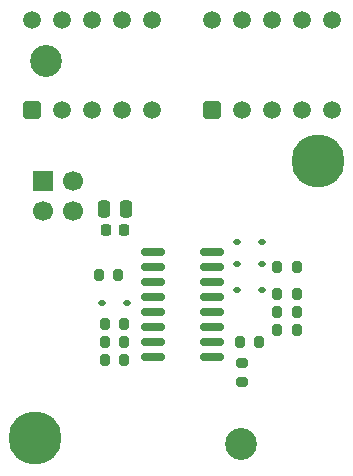
<source format=gbr>
%TF.GenerationSoftware,KiCad,Pcbnew,9.0.1*%
%TF.CreationDate,2025-09-02T02:57:32-07:00*%
%TF.ProjectId,pcb,7063622e-6b69-4636-9164-5f7063625858,B0*%
%TF.SameCoordinates,PX7bfa480PY4c4b400*%
%TF.FileFunction,Soldermask,Bot*%
%TF.FilePolarity,Negative*%
%FSLAX46Y46*%
G04 Gerber Fmt 4.6, Leading zero omitted, Abs format (unit mm)*
G04 Created by KiCad (PCBNEW 9.0.1) date 2025-09-02 02:57:32*
%MOMM*%
%LPD*%
G01*
G04 APERTURE LIST*
G04 Aperture macros list*
%AMRoundRect*
0 Rectangle with rounded corners*
0 $1 Rounding radius*
0 $2 $3 $4 $5 $6 $7 $8 $9 X,Y pos of 4 corners*
0 Add a 4 corners polygon primitive as box body*
4,1,4,$2,$3,$4,$5,$6,$7,$8,$9,$2,$3,0*
0 Add four circle primitives for the rounded corners*
1,1,$1+$1,$2,$3*
1,1,$1+$1,$4,$5*
1,1,$1+$1,$6,$7*
1,1,$1+$1,$8,$9*
0 Add four rect primitives between the rounded corners*
20,1,$1+$1,$2,$3,$4,$5,0*
20,1,$1+$1,$4,$5,$6,$7,0*
20,1,$1+$1,$6,$7,$8,$9,0*
20,1,$1+$1,$8,$9,$2,$3,0*%
G04 Aperture macros list end*
%ADD10RoundRect,0.225000X0.525000X-0.525000X0.525000X0.525000X-0.525000X0.525000X-0.525000X-0.525000X0*%
%ADD11C,1.500000*%
%ADD12C,2.700000*%
%ADD13C,3.100000*%
%ADD14C,4.500000*%
%ADD15RoundRect,0.200000X-0.200000X-0.275000X0.200000X-0.275000X0.200000X0.275000X-0.200000X0.275000X0*%
%ADD16RoundRect,0.200000X0.275000X-0.200000X0.275000X0.200000X-0.275000X0.200000X-0.275000X-0.200000X0*%
%ADD17RoundRect,0.200000X0.200000X0.275000X-0.200000X0.275000X-0.200000X-0.275000X0.200000X-0.275000X0*%
%ADD18RoundRect,0.112500X-0.187500X-0.112500X0.187500X-0.112500X0.187500X0.112500X-0.187500X0.112500X0*%
%ADD19RoundRect,0.225000X-0.225000X-0.250000X0.225000X-0.250000X0.225000X0.250000X-0.225000X0.250000X0*%
%ADD20RoundRect,0.112500X0.187500X0.112500X-0.187500X0.112500X-0.187500X-0.112500X0.187500X-0.112500X0*%
%ADD21RoundRect,0.250000X-0.250000X-0.475000X0.250000X-0.475000X0.250000X0.475000X-0.250000X0.475000X0*%
%ADD22RoundRect,0.150000X-0.850000X-0.150000X0.850000X-0.150000X0.850000X0.150000X-0.850000X0.150000X0*%
%ADD23R,1.700000X1.700000*%
%ADD24C,1.700000*%
G04 APERTURE END LIST*
D10*
%TO.C,U3*%
X17790000Y-10210000D03*
D11*
X20330000Y-10210000D03*
X22870000Y-10210000D03*
X25410000Y-10210000D03*
X27950000Y-10210000D03*
X27950000Y-2590000D03*
X25410000Y-2590000D03*
X22870000Y-2590000D03*
X20330000Y-2590000D03*
X17790000Y-2590000D03*
%TD*%
D12*
%TO.C,H2*%
X20250000Y-38500000D03*
%TD*%
D13*
%TO.C,H3*%
X26800000Y-14500000D03*
D14*
X26800000Y-14500000D03*
%TD*%
D10*
%TO.C,U2*%
X2550000Y-10210000D03*
D11*
X5090000Y-10210000D03*
X7630000Y-10210000D03*
X10170000Y-10210000D03*
X12710000Y-10210000D03*
X12710000Y-2590000D03*
X10170000Y-2590000D03*
X7630000Y-2590000D03*
X5090000Y-2590000D03*
X2550000Y-2590000D03*
%TD*%
D13*
%TO.C,H4*%
X2800000Y-38000000D03*
D14*
X2800000Y-38000000D03*
%TD*%
D15*
%TO.C,R7*%
X8710000Y-28371000D03*
X10360000Y-28371000D03*
%TD*%
D16*
%TO.C,R4*%
X20330000Y-33260000D03*
X20330000Y-31610000D03*
%TD*%
D17*
%TO.C,R8*%
X24965000Y-28879000D03*
X23315000Y-28879000D03*
%TD*%
D18*
%TO.C,D4*%
X19915000Y-23291000D03*
X22015000Y-23291000D03*
%TD*%
D15*
%TO.C,R10*%
X8202000Y-24180000D03*
X9852000Y-24180000D03*
%TD*%
D17*
%TO.C,R9*%
X24965000Y-23545000D03*
X23315000Y-23545000D03*
%TD*%
D19*
%TO.C,C1*%
X8801000Y-20370000D03*
X10351000Y-20370000D03*
%TD*%
D15*
%TO.C,R5*%
X8710000Y-31419000D03*
X10360000Y-31419000D03*
%TD*%
D20*
%TO.C,D1*%
X10585000Y-26593000D03*
X8485000Y-26593000D03*
%TD*%
D18*
%TO.C,D2*%
X19915000Y-21386000D03*
X22015000Y-21386000D03*
%TD*%
D21*
%TO.C,C2*%
X8626000Y-18592000D03*
X10526000Y-18592000D03*
%TD*%
D22*
%TO.C,U1*%
X12750000Y-31165000D03*
X12750000Y-29895000D03*
X12750000Y-28625000D03*
X12750000Y-27355000D03*
X12750000Y-26085000D03*
X12750000Y-24815000D03*
X12750000Y-23545000D03*
X12750000Y-22275000D03*
X17750000Y-22275000D03*
X17750000Y-23545000D03*
X17750000Y-24815000D03*
X17750000Y-26085000D03*
X17750000Y-27355000D03*
X17750000Y-28625000D03*
X17750000Y-29895000D03*
X17750000Y-31165000D03*
%TD*%
D17*
%TO.C,R2*%
X24965000Y-27355000D03*
X23315000Y-27355000D03*
%TD*%
D23*
%TO.C,J1*%
X3480000Y-16260000D03*
D24*
X6020000Y-16260000D03*
X3480000Y-18800000D03*
X6020000Y-18800000D03*
%TD*%
D17*
%TO.C,R3*%
X21790000Y-29895000D03*
X20140000Y-29895000D03*
%TD*%
D12*
%TO.C,H1*%
X3700000Y-6100000D03*
%TD*%
D15*
%TO.C,R6*%
X8710000Y-29895000D03*
X10360000Y-29895000D03*
%TD*%
D17*
%TO.C,R1*%
X24965000Y-25831000D03*
X23315000Y-25831000D03*
%TD*%
D18*
%TO.C,D3*%
X19915000Y-25450000D03*
X22015000Y-25450000D03*
%TD*%
M02*

</source>
